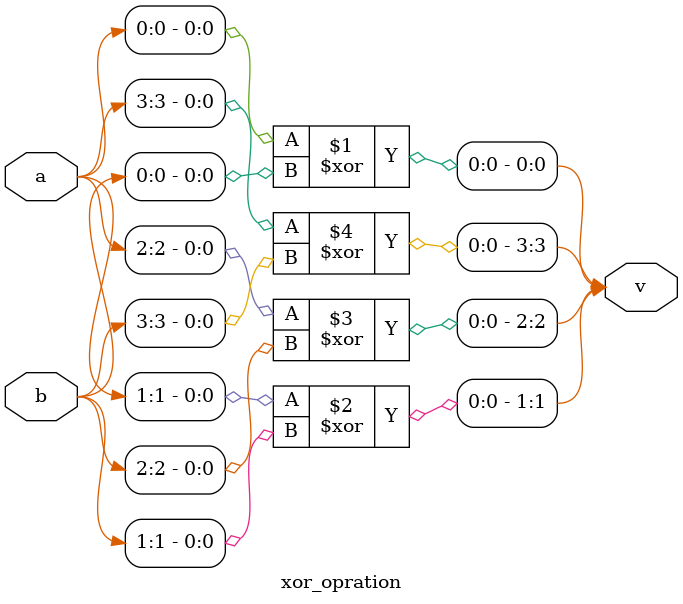
<source format=v>
`timescale 1ns / 1ps
module xor_opration(v,a,b);
input  [3:0]a;
input  [3:0]b;
output [3:0]v;
xor(v[0],a[0],b[0]);
xor(v[1],a[1],b[1]);
xor(v[2],a[2],b[2]);
xor(v[3],a[3],b[3]);
endmodule

</source>
